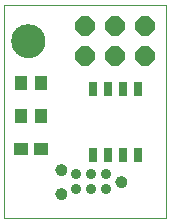
<source format=gbs>
G04 EAGLE Gerber RS-274X export*
G75*
%MOMM*%
%FSLAX34Y34*%
%LPD*%
%INBottom solder mask*%
%IPPOS*%
%AMOC8*
5,1,8,0,0,1.08239X$1,22.5*%
G01*
%ADD10C,0.000000*%
%ADD11C,2.851600*%
%ADD12R,1.201600X1.101600*%
%ADD13P,1.759533X8X22.500000*%
%ADD14R,0.701600X1.301600*%
%ADD15R,1.101600X1.201600*%
%ADD16C,0.889000*%
%ADD17C,0.990600*%


D10*
X15240Y15240D02*
X152400Y15240D01*
X152400Y195580D01*
X15240Y195580D01*
X15240Y15240D01*
X21850Y165000D02*
X21854Y165337D01*
X21867Y165675D01*
X21887Y166012D01*
X21916Y166348D01*
X21953Y166683D01*
X21999Y167018D01*
X22052Y167351D01*
X22114Y167682D01*
X22184Y168013D01*
X22262Y168341D01*
X22348Y168667D01*
X22442Y168991D01*
X22544Y169313D01*
X22654Y169632D01*
X22771Y169949D01*
X22897Y170262D01*
X23030Y170572D01*
X23170Y170879D01*
X23318Y171182D01*
X23474Y171482D01*
X23636Y171777D01*
X23806Y172069D01*
X23983Y172356D01*
X24167Y172639D01*
X24358Y172917D01*
X24556Y173191D01*
X24760Y173459D01*
X24971Y173723D01*
X25188Y173981D01*
X25412Y174234D01*
X25642Y174481D01*
X25877Y174723D01*
X26119Y174958D01*
X26366Y175188D01*
X26619Y175412D01*
X26877Y175629D01*
X27141Y175840D01*
X27409Y176044D01*
X27683Y176242D01*
X27961Y176433D01*
X28244Y176617D01*
X28531Y176794D01*
X28823Y176964D01*
X29118Y177126D01*
X29418Y177282D01*
X29721Y177430D01*
X30028Y177570D01*
X30338Y177703D01*
X30651Y177829D01*
X30968Y177946D01*
X31287Y178056D01*
X31609Y178158D01*
X31933Y178252D01*
X32259Y178338D01*
X32587Y178416D01*
X32918Y178486D01*
X33249Y178548D01*
X33582Y178601D01*
X33917Y178647D01*
X34252Y178684D01*
X34588Y178713D01*
X34925Y178733D01*
X35263Y178746D01*
X35600Y178750D01*
X35937Y178746D01*
X36275Y178733D01*
X36612Y178713D01*
X36948Y178684D01*
X37283Y178647D01*
X37618Y178601D01*
X37951Y178548D01*
X38282Y178486D01*
X38613Y178416D01*
X38941Y178338D01*
X39267Y178252D01*
X39591Y178158D01*
X39913Y178056D01*
X40232Y177946D01*
X40549Y177829D01*
X40862Y177703D01*
X41172Y177570D01*
X41479Y177430D01*
X41782Y177282D01*
X42082Y177126D01*
X42377Y176964D01*
X42669Y176794D01*
X42956Y176617D01*
X43239Y176433D01*
X43517Y176242D01*
X43791Y176044D01*
X44059Y175840D01*
X44323Y175629D01*
X44581Y175412D01*
X44834Y175188D01*
X45081Y174958D01*
X45323Y174723D01*
X45558Y174481D01*
X45788Y174234D01*
X46012Y173981D01*
X46229Y173723D01*
X46440Y173459D01*
X46644Y173191D01*
X46842Y172917D01*
X47033Y172639D01*
X47217Y172356D01*
X47394Y172069D01*
X47564Y171777D01*
X47726Y171482D01*
X47882Y171182D01*
X48030Y170879D01*
X48170Y170572D01*
X48303Y170262D01*
X48429Y169949D01*
X48546Y169632D01*
X48656Y169313D01*
X48758Y168991D01*
X48852Y168667D01*
X48938Y168341D01*
X49016Y168013D01*
X49086Y167682D01*
X49148Y167351D01*
X49201Y167018D01*
X49247Y166683D01*
X49284Y166348D01*
X49313Y166012D01*
X49333Y165675D01*
X49346Y165337D01*
X49350Y165000D01*
X49346Y164663D01*
X49333Y164325D01*
X49313Y163988D01*
X49284Y163652D01*
X49247Y163317D01*
X49201Y162982D01*
X49148Y162649D01*
X49086Y162318D01*
X49016Y161987D01*
X48938Y161659D01*
X48852Y161333D01*
X48758Y161009D01*
X48656Y160687D01*
X48546Y160368D01*
X48429Y160051D01*
X48303Y159738D01*
X48170Y159428D01*
X48030Y159121D01*
X47882Y158818D01*
X47726Y158518D01*
X47564Y158223D01*
X47394Y157931D01*
X47217Y157644D01*
X47033Y157361D01*
X46842Y157083D01*
X46644Y156809D01*
X46440Y156541D01*
X46229Y156277D01*
X46012Y156019D01*
X45788Y155766D01*
X45558Y155519D01*
X45323Y155277D01*
X45081Y155042D01*
X44834Y154812D01*
X44581Y154588D01*
X44323Y154371D01*
X44059Y154160D01*
X43791Y153956D01*
X43517Y153758D01*
X43239Y153567D01*
X42956Y153383D01*
X42669Y153206D01*
X42377Y153036D01*
X42082Y152874D01*
X41782Y152718D01*
X41479Y152570D01*
X41172Y152430D01*
X40862Y152297D01*
X40549Y152171D01*
X40232Y152054D01*
X39913Y151944D01*
X39591Y151842D01*
X39267Y151748D01*
X38941Y151662D01*
X38613Y151584D01*
X38282Y151514D01*
X37951Y151452D01*
X37618Y151399D01*
X37283Y151353D01*
X36948Y151316D01*
X36612Y151287D01*
X36275Y151267D01*
X35937Y151254D01*
X35600Y151250D01*
X35263Y151254D01*
X34925Y151267D01*
X34588Y151287D01*
X34252Y151316D01*
X33917Y151353D01*
X33582Y151399D01*
X33249Y151452D01*
X32918Y151514D01*
X32587Y151584D01*
X32259Y151662D01*
X31933Y151748D01*
X31609Y151842D01*
X31287Y151944D01*
X30968Y152054D01*
X30651Y152171D01*
X30338Y152297D01*
X30028Y152430D01*
X29721Y152570D01*
X29418Y152718D01*
X29118Y152874D01*
X28823Y153036D01*
X28531Y153206D01*
X28244Y153383D01*
X27961Y153567D01*
X27683Y153758D01*
X27409Y153956D01*
X27141Y154160D01*
X26877Y154371D01*
X26619Y154588D01*
X26366Y154812D01*
X26119Y155042D01*
X25877Y155277D01*
X25642Y155519D01*
X25412Y155766D01*
X25188Y156019D01*
X24971Y156277D01*
X24760Y156541D01*
X24556Y156809D01*
X24358Y157083D01*
X24167Y157361D01*
X23983Y157644D01*
X23806Y157931D01*
X23636Y158223D01*
X23474Y158518D01*
X23318Y158818D01*
X23170Y159121D01*
X23030Y159428D01*
X22897Y159738D01*
X22771Y160051D01*
X22654Y160368D01*
X22544Y160687D01*
X22442Y161009D01*
X22348Y161333D01*
X22262Y161659D01*
X22184Y161987D01*
X22114Y162318D01*
X22052Y162649D01*
X21999Y162982D01*
X21953Y163317D01*
X21916Y163652D01*
X21887Y163988D01*
X21867Y164325D01*
X21854Y164663D01*
X21850Y165000D01*
D11*
X35600Y165000D03*
D12*
X29600Y73660D03*
X46600Y73660D03*
D13*
X84011Y152400D03*
X84011Y177800D03*
X109411Y152400D03*
X109411Y177800D03*
X134811Y152400D03*
X134811Y177800D03*
D14*
X128270Y68520D03*
X115570Y68520D03*
X102870Y68520D03*
X90170Y68520D03*
X90170Y124520D03*
X102870Y124520D03*
X115570Y124520D03*
X128270Y124520D03*
D15*
X46600Y101600D03*
X29600Y101600D03*
X46600Y129540D03*
X29600Y129540D03*
D16*
X101600Y52070D03*
X88900Y52070D03*
X76200Y52070D03*
X76200Y39370D03*
X88900Y39370D03*
X101600Y39370D03*
D10*
X109855Y45720D02*
X109857Y45853D01*
X109863Y45986D01*
X109873Y46118D01*
X109887Y46251D01*
X109905Y46382D01*
X109926Y46514D01*
X109952Y46644D01*
X109982Y46774D01*
X110015Y46903D01*
X110052Y47030D01*
X110094Y47157D01*
X110138Y47282D01*
X110187Y47406D01*
X110239Y47528D01*
X110295Y47649D01*
X110355Y47768D01*
X110418Y47885D01*
X110484Y48000D01*
X110554Y48113D01*
X110627Y48224D01*
X110704Y48333D01*
X110784Y48439D01*
X110867Y48543D01*
X110953Y48645D01*
X111042Y48743D01*
X111133Y48839D01*
X111228Y48933D01*
X111326Y49023D01*
X111426Y49111D01*
X111529Y49195D01*
X111634Y49277D01*
X111741Y49355D01*
X111851Y49430D01*
X111963Y49501D01*
X112078Y49569D01*
X112194Y49634D01*
X112312Y49696D01*
X112432Y49753D01*
X112553Y49807D01*
X112676Y49858D01*
X112801Y49904D01*
X112926Y49947D01*
X113054Y49987D01*
X113182Y50022D01*
X113311Y50054D01*
X113441Y50081D01*
X113572Y50105D01*
X113703Y50125D01*
X113835Y50141D01*
X113968Y50153D01*
X114101Y50161D01*
X114234Y50165D01*
X114366Y50165D01*
X114499Y50161D01*
X114632Y50153D01*
X114765Y50141D01*
X114897Y50125D01*
X115028Y50105D01*
X115159Y50081D01*
X115289Y50054D01*
X115418Y50022D01*
X115546Y49987D01*
X115674Y49947D01*
X115799Y49904D01*
X115924Y49858D01*
X116047Y49807D01*
X116168Y49753D01*
X116288Y49696D01*
X116406Y49634D01*
X116523Y49569D01*
X116637Y49501D01*
X116749Y49430D01*
X116859Y49355D01*
X116966Y49277D01*
X117071Y49195D01*
X117174Y49111D01*
X117274Y49023D01*
X117372Y48933D01*
X117467Y48839D01*
X117558Y48743D01*
X117647Y48645D01*
X117733Y48543D01*
X117816Y48439D01*
X117896Y48333D01*
X117973Y48224D01*
X118046Y48113D01*
X118116Y48000D01*
X118182Y47885D01*
X118245Y47768D01*
X118305Y47649D01*
X118361Y47528D01*
X118413Y47406D01*
X118462Y47282D01*
X118506Y47157D01*
X118548Y47030D01*
X118585Y46903D01*
X118618Y46774D01*
X118648Y46644D01*
X118674Y46514D01*
X118695Y46382D01*
X118713Y46251D01*
X118727Y46118D01*
X118737Y45986D01*
X118743Y45853D01*
X118745Y45720D01*
X118743Y45587D01*
X118737Y45454D01*
X118727Y45322D01*
X118713Y45189D01*
X118695Y45058D01*
X118674Y44926D01*
X118648Y44796D01*
X118618Y44666D01*
X118585Y44537D01*
X118548Y44410D01*
X118506Y44283D01*
X118462Y44158D01*
X118413Y44034D01*
X118361Y43912D01*
X118305Y43791D01*
X118245Y43672D01*
X118182Y43555D01*
X118116Y43440D01*
X118046Y43327D01*
X117973Y43216D01*
X117896Y43107D01*
X117816Y43001D01*
X117733Y42897D01*
X117647Y42795D01*
X117558Y42697D01*
X117467Y42601D01*
X117372Y42507D01*
X117274Y42417D01*
X117174Y42329D01*
X117071Y42245D01*
X116966Y42163D01*
X116859Y42085D01*
X116749Y42010D01*
X116637Y41939D01*
X116522Y41871D01*
X116406Y41806D01*
X116288Y41744D01*
X116168Y41687D01*
X116047Y41633D01*
X115924Y41582D01*
X115799Y41536D01*
X115674Y41493D01*
X115546Y41453D01*
X115418Y41418D01*
X115289Y41386D01*
X115159Y41359D01*
X115028Y41335D01*
X114897Y41315D01*
X114765Y41299D01*
X114632Y41287D01*
X114499Y41279D01*
X114366Y41275D01*
X114234Y41275D01*
X114101Y41279D01*
X113968Y41287D01*
X113835Y41299D01*
X113703Y41315D01*
X113572Y41335D01*
X113441Y41359D01*
X113311Y41386D01*
X113182Y41418D01*
X113054Y41453D01*
X112926Y41493D01*
X112801Y41536D01*
X112676Y41582D01*
X112553Y41633D01*
X112432Y41687D01*
X112312Y41744D01*
X112194Y41806D01*
X112077Y41871D01*
X111963Y41939D01*
X111851Y42010D01*
X111741Y42085D01*
X111634Y42163D01*
X111529Y42245D01*
X111426Y42329D01*
X111326Y42417D01*
X111228Y42507D01*
X111133Y42601D01*
X111042Y42697D01*
X110953Y42795D01*
X110867Y42897D01*
X110784Y43001D01*
X110704Y43107D01*
X110627Y43216D01*
X110554Y43327D01*
X110484Y43440D01*
X110418Y43555D01*
X110355Y43672D01*
X110295Y43791D01*
X110239Y43912D01*
X110187Y44034D01*
X110138Y44158D01*
X110094Y44283D01*
X110052Y44410D01*
X110015Y44537D01*
X109982Y44666D01*
X109952Y44796D01*
X109926Y44926D01*
X109905Y45058D01*
X109887Y45189D01*
X109873Y45322D01*
X109863Y45454D01*
X109857Y45587D01*
X109855Y45720D01*
D17*
X114300Y45720D03*
D10*
X59055Y35560D02*
X59057Y35693D01*
X59063Y35826D01*
X59073Y35958D01*
X59087Y36091D01*
X59105Y36222D01*
X59126Y36354D01*
X59152Y36484D01*
X59182Y36614D01*
X59215Y36743D01*
X59252Y36870D01*
X59294Y36997D01*
X59338Y37122D01*
X59387Y37246D01*
X59439Y37368D01*
X59495Y37489D01*
X59555Y37608D01*
X59618Y37725D01*
X59684Y37840D01*
X59754Y37953D01*
X59827Y38064D01*
X59904Y38173D01*
X59984Y38279D01*
X60067Y38383D01*
X60153Y38485D01*
X60242Y38583D01*
X60333Y38679D01*
X60428Y38773D01*
X60526Y38863D01*
X60626Y38951D01*
X60729Y39035D01*
X60834Y39117D01*
X60941Y39195D01*
X61051Y39270D01*
X61163Y39341D01*
X61278Y39409D01*
X61394Y39474D01*
X61512Y39536D01*
X61632Y39593D01*
X61753Y39647D01*
X61876Y39698D01*
X62001Y39744D01*
X62126Y39787D01*
X62254Y39827D01*
X62382Y39862D01*
X62511Y39894D01*
X62641Y39921D01*
X62772Y39945D01*
X62903Y39965D01*
X63035Y39981D01*
X63168Y39993D01*
X63301Y40001D01*
X63434Y40005D01*
X63566Y40005D01*
X63699Y40001D01*
X63832Y39993D01*
X63965Y39981D01*
X64097Y39965D01*
X64228Y39945D01*
X64359Y39921D01*
X64489Y39894D01*
X64618Y39862D01*
X64746Y39827D01*
X64874Y39787D01*
X64999Y39744D01*
X65124Y39698D01*
X65247Y39647D01*
X65368Y39593D01*
X65488Y39536D01*
X65606Y39474D01*
X65723Y39409D01*
X65837Y39341D01*
X65949Y39270D01*
X66059Y39195D01*
X66166Y39117D01*
X66271Y39035D01*
X66374Y38951D01*
X66474Y38863D01*
X66572Y38773D01*
X66667Y38679D01*
X66758Y38583D01*
X66847Y38485D01*
X66933Y38383D01*
X67016Y38279D01*
X67096Y38173D01*
X67173Y38064D01*
X67246Y37953D01*
X67316Y37840D01*
X67382Y37725D01*
X67445Y37608D01*
X67505Y37489D01*
X67561Y37368D01*
X67613Y37246D01*
X67662Y37122D01*
X67706Y36997D01*
X67748Y36870D01*
X67785Y36743D01*
X67818Y36614D01*
X67848Y36484D01*
X67874Y36354D01*
X67895Y36222D01*
X67913Y36091D01*
X67927Y35958D01*
X67937Y35826D01*
X67943Y35693D01*
X67945Y35560D01*
X67943Y35427D01*
X67937Y35294D01*
X67927Y35162D01*
X67913Y35029D01*
X67895Y34898D01*
X67874Y34766D01*
X67848Y34636D01*
X67818Y34506D01*
X67785Y34377D01*
X67748Y34250D01*
X67706Y34123D01*
X67662Y33998D01*
X67613Y33874D01*
X67561Y33752D01*
X67505Y33631D01*
X67445Y33512D01*
X67382Y33395D01*
X67316Y33280D01*
X67246Y33167D01*
X67173Y33056D01*
X67096Y32947D01*
X67016Y32841D01*
X66933Y32737D01*
X66847Y32635D01*
X66758Y32537D01*
X66667Y32441D01*
X66572Y32347D01*
X66474Y32257D01*
X66374Y32169D01*
X66271Y32085D01*
X66166Y32003D01*
X66059Y31925D01*
X65949Y31850D01*
X65837Y31779D01*
X65722Y31711D01*
X65606Y31646D01*
X65488Y31584D01*
X65368Y31527D01*
X65247Y31473D01*
X65124Y31422D01*
X64999Y31376D01*
X64874Y31333D01*
X64746Y31293D01*
X64618Y31258D01*
X64489Y31226D01*
X64359Y31199D01*
X64228Y31175D01*
X64097Y31155D01*
X63965Y31139D01*
X63832Y31127D01*
X63699Y31119D01*
X63566Y31115D01*
X63434Y31115D01*
X63301Y31119D01*
X63168Y31127D01*
X63035Y31139D01*
X62903Y31155D01*
X62772Y31175D01*
X62641Y31199D01*
X62511Y31226D01*
X62382Y31258D01*
X62254Y31293D01*
X62126Y31333D01*
X62001Y31376D01*
X61876Y31422D01*
X61753Y31473D01*
X61632Y31527D01*
X61512Y31584D01*
X61394Y31646D01*
X61277Y31711D01*
X61163Y31779D01*
X61051Y31850D01*
X60941Y31925D01*
X60834Y32003D01*
X60729Y32085D01*
X60626Y32169D01*
X60526Y32257D01*
X60428Y32347D01*
X60333Y32441D01*
X60242Y32537D01*
X60153Y32635D01*
X60067Y32737D01*
X59984Y32841D01*
X59904Y32947D01*
X59827Y33056D01*
X59754Y33167D01*
X59684Y33280D01*
X59618Y33395D01*
X59555Y33512D01*
X59495Y33631D01*
X59439Y33752D01*
X59387Y33874D01*
X59338Y33998D01*
X59294Y34123D01*
X59252Y34250D01*
X59215Y34377D01*
X59182Y34506D01*
X59152Y34636D01*
X59126Y34766D01*
X59105Y34898D01*
X59087Y35029D01*
X59073Y35162D01*
X59063Y35294D01*
X59057Y35427D01*
X59055Y35560D01*
D17*
X63500Y35560D03*
D10*
X59055Y55880D02*
X59057Y56013D01*
X59063Y56146D01*
X59073Y56278D01*
X59087Y56411D01*
X59105Y56542D01*
X59126Y56674D01*
X59152Y56804D01*
X59182Y56934D01*
X59215Y57063D01*
X59252Y57190D01*
X59294Y57317D01*
X59338Y57442D01*
X59387Y57566D01*
X59439Y57688D01*
X59495Y57809D01*
X59555Y57928D01*
X59618Y58045D01*
X59684Y58160D01*
X59754Y58273D01*
X59827Y58384D01*
X59904Y58493D01*
X59984Y58599D01*
X60067Y58703D01*
X60153Y58805D01*
X60242Y58903D01*
X60333Y58999D01*
X60428Y59093D01*
X60526Y59183D01*
X60626Y59271D01*
X60729Y59355D01*
X60834Y59437D01*
X60941Y59515D01*
X61051Y59590D01*
X61163Y59661D01*
X61278Y59729D01*
X61394Y59794D01*
X61512Y59856D01*
X61632Y59913D01*
X61753Y59967D01*
X61876Y60018D01*
X62001Y60064D01*
X62126Y60107D01*
X62254Y60147D01*
X62382Y60182D01*
X62511Y60214D01*
X62641Y60241D01*
X62772Y60265D01*
X62903Y60285D01*
X63035Y60301D01*
X63168Y60313D01*
X63301Y60321D01*
X63434Y60325D01*
X63566Y60325D01*
X63699Y60321D01*
X63832Y60313D01*
X63965Y60301D01*
X64097Y60285D01*
X64228Y60265D01*
X64359Y60241D01*
X64489Y60214D01*
X64618Y60182D01*
X64746Y60147D01*
X64874Y60107D01*
X64999Y60064D01*
X65124Y60018D01*
X65247Y59967D01*
X65368Y59913D01*
X65488Y59856D01*
X65606Y59794D01*
X65723Y59729D01*
X65837Y59661D01*
X65949Y59590D01*
X66059Y59515D01*
X66166Y59437D01*
X66271Y59355D01*
X66374Y59271D01*
X66474Y59183D01*
X66572Y59093D01*
X66667Y58999D01*
X66758Y58903D01*
X66847Y58805D01*
X66933Y58703D01*
X67016Y58599D01*
X67096Y58493D01*
X67173Y58384D01*
X67246Y58273D01*
X67316Y58160D01*
X67382Y58045D01*
X67445Y57928D01*
X67505Y57809D01*
X67561Y57688D01*
X67613Y57566D01*
X67662Y57442D01*
X67706Y57317D01*
X67748Y57190D01*
X67785Y57063D01*
X67818Y56934D01*
X67848Y56804D01*
X67874Y56674D01*
X67895Y56542D01*
X67913Y56411D01*
X67927Y56278D01*
X67937Y56146D01*
X67943Y56013D01*
X67945Y55880D01*
X67943Y55747D01*
X67937Y55614D01*
X67927Y55482D01*
X67913Y55349D01*
X67895Y55218D01*
X67874Y55086D01*
X67848Y54956D01*
X67818Y54826D01*
X67785Y54697D01*
X67748Y54570D01*
X67706Y54443D01*
X67662Y54318D01*
X67613Y54194D01*
X67561Y54072D01*
X67505Y53951D01*
X67445Y53832D01*
X67382Y53715D01*
X67316Y53600D01*
X67246Y53487D01*
X67173Y53376D01*
X67096Y53267D01*
X67016Y53161D01*
X66933Y53057D01*
X66847Y52955D01*
X66758Y52857D01*
X66667Y52761D01*
X66572Y52667D01*
X66474Y52577D01*
X66374Y52489D01*
X66271Y52405D01*
X66166Y52323D01*
X66059Y52245D01*
X65949Y52170D01*
X65837Y52099D01*
X65722Y52031D01*
X65606Y51966D01*
X65488Y51904D01*
X65368Y51847D01*
X65247Y51793D01*
X65124Y51742D01*
X64999Y51696D01*
X64874Y51653D01*
X64746Y51613D01*
X64618Y51578D01*
X64489Y51546D01*
X64359Y51519D01*
X64228Y51495D01*
X64097Y51475D01*
X63965Y51459D01*
X63832Y51447D01*
X63699Y51439D01*
X63566Y51435D01*
X63434Y51435D01*
X63301Y51439D01*
X63168Y51447D01*
X63035Y51459D01*
X62903Y51475D01*
X62772Y51495D01*
X62641Y51519D01*
X62511Y51546D01*
X62382Y51578D01*
X62254Y51613D01*
X62126Y51653D01*
X62001Y51696D01*
X61876Y51742D01*
X61753Y51793D01*
X61632Y51847D01*
X61512Y51904D01*
X61394Y51966D01*
X61277Y52031D01*
X61163Y52099D01*
X61051Y52170D01*
X60941Y52245D01*
X60834Y52323D01*
X60729Y52405D01*
X60626Y52489D01*
X60526Y52577D01*
X60428Y52667D01*
X60333Y52761D01*
X60242Y52857D01*
X60153Y52955D01*
X60067Y53057D01*
X59984Y53161D01*
X59904Y53267D01*
X59827Y53376D01*
X59754Y53487D01*
X59684Y53600D01*
X59618Y53715D01*
X59555Y53832D01*
X59495Y53951D01*
X59439Y54072D01*
X59387Y54194D01*
X59338Y54318D01*
X59294Y54443D01*
X59252Y54570D01*
X59215Y54697D01*
X59182Y54826D01*
X59152Y54956D01*
X59126Y55086D01*
X59105Y55218D01*
X59087Y55349D01*
X59073Y55482D01*
X59063Y55614D01*
X59057Y55747D01*
X59055Y55880D01*
D17*
X63500Y55880D03*
M02*

</source>
